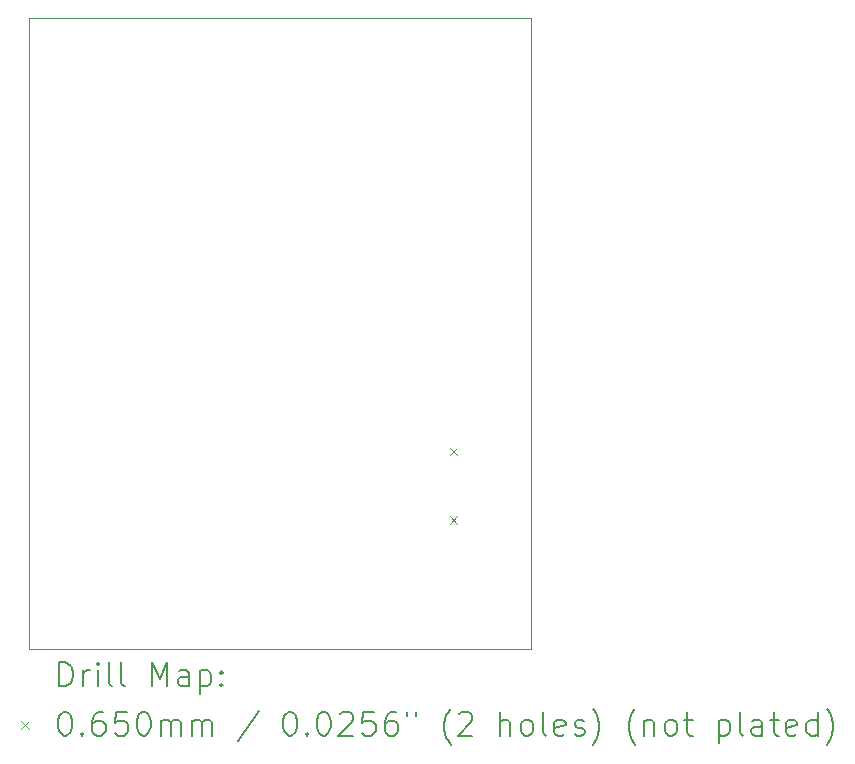
<source format=gbr>
%TF.GenerationSoftware,KiCad,Pcbnew,9.0.2*%
%TF.CreationDate,2025-07-03T10:05:07+02:00*%
%TF.ProjectId,Capteur_courant_IoT,43617074-6575-4725-9f63-6f7572616e74,rev?*%
%TF.SameCoordinates,Original*%
%TF.FileFunction,Drillmap*%
%TF.FilePolarity,Positive*%
%FSLAX45Y45*%
G04 Gerber Fmt 4.5, Leading zero omitted, Abs format (unit mm)*
G04 Created by KiCad (PCBNEW 9.0.2) date 2025-07-03 10:05:07*
%MOMM*%
%LPD*%
G01*
G04 APERTURE LIST*
%ADD10C,0.050000*%
%ADD11C,0.200000*%
%ADD12C,0.100000*%
G04 APERTURE END LIST*
D10*
X12298000Y-7320000D02*
X16548000Y-7320000D01*
X16548000Y-12660000D01*
X12298000Y-12660000D01*
X12298000Y-7320000D01*
D11*
D12*
X15859500Y-10956250D02*
X15924500Y-11021250D01*
X15924500Y-10956250D02*
X15859500Y-11021250D01*
X15859500Y-11534250D02*
X15924500Y-11599250D01*
X15924500Y-11534250D02*
X15859500Y-11599250D01*
D11*
X12556277Y-12973984D02*
X12556277Y-12773984D01*
X12556277Y-12773984D02*
X12603896Y-12773984D01*
X12603896Y-12773984D02*
X12632467Y-12783508D01*
X12632467Y-12783508D02*
X12651515Y-12802555D01*
X12651515Y-12802555D02*
X12661039Y-12821603D01*
X12661039Y-12821603D02*
X12670562Y-12859698D01*
X12670562Y-12859698D02*
X12670562Y-12888269D01*
X12670562Y-12888269D02*
X12661039Y-12926365D01*
X12661039Y-12926365D02*
X12651515Y-12945412D01*
X12651515Y-12945412D02*
X12632467Y-12964460D01*
X12632467Y-12964460D02*
X12603896Y-12973984D01*
X12603896Y-12973984D02*
X12556277Y-12973984D01*
X12756277Y-12973984D02*
X12756277Y-12840650D01*
X12756277Y-12878746D02*
X12765801Y-12859698D01*
X12765801Y-12859698D02*
X12775324Y-12850174D01*
X12775324Y-12850174D02*
X12794372Y-12840650D01*
X12794372Y-12840650D02*
X12813420Y-12840650D01*
X12880086Y-12973984D02*
X12880086Y-12840650D01*
X12880086Y-12773984D02*
X12870562Y-12783508D01*
X12870562Y-12783508D02*
X12880086Y-12793031D01*
X12880086Y-12793031D02*
X12889610Y-12783508D01*
X12889610Y-12783508D02*
X12880086Y-12773984D01*
X12880086Y-12773984D02*
X12880086Y-12793031D01*
X13003896Y-12973984D02*
X12984848Y-12964460D01*
X12984848Y-12964460D02*
X12975324Y-12945412D01*
X12975324Y-12945412D02*
X12975324Y-12773984D01*
X13108658Y-12973984D02*
X13089610Y-12964460D01*
X13089610Y-12964460D02*
X13080086Y-12945412D01*
X13080086Y-12945412D02*
X13080086Y-12773984D01*
X13337229Y-12973984D02*
X13337229Y-12773984D01*
X13337229Y-12773984D02*
X13403896Y-12916841D01*
X13403896Y-12916841D02*
X13470562Y-12773984D01*
X13470562Y-12773984D02*
X13470562Y-12973984D01*
X13651515Y-12973984D02*
X13651515Y-12869222D01*
X13651515Y-12869222D02*
X13641991Y-12850174D01*
X13641991Y-12850174D02*
X13622943Y-12840650D01*
X13622943Y-12840650D02*
X13584848Y-12840650D01*
X13584848Y-12840650D02*
X13565801Y-12850174D01*
X13651515Y-12964460D02*
X13632467Y-12973984D01*
X13632467Y-12973984D02*
X13584848Y-12973984D01*
X13584848Y-12973984D02*
X13565801Y-12964460D01*
X13565801Y-12964460D02*
X13556277Y-12945412D01*
X13556277Y-12945412D02*
X13556277Y-12926365D01*
X13556277Y-12926365D02*
X13565801Y-12907317D01*
X13565801Y-12907317D02*
X13584848Y-12897793D01*
X13584848Y-12897793D02*
X13632467Y-12897793D01*
X13632467Y-12897793D02*
X13651515Y-12888269D01*
X13746753Y-12840650D02*
X13746753Y-13040650D01*
X13746753Y-12850174D02*
X13765801Y-12840650D01*
X13765801Y-12840650D02*
X13803896Y-12840650D01*
X13803896Y-12840650D02*
X13822943Y-12850174D01*
X13822943Y-12850174D02*
X13832467Y-12859698D01*
X13832467Y-12859698D02*
X13841991Y-12878746D01*
X13841991Y-12878746D02*
X13841991Y-12935888D01*
X13841991Y-12935888D02*
X13832467Y-12954936D01*
X13832467Y-12954936D02*
X13822943Y-12964460D01*
X13822943Y-12964460D02*
X13803896Y-12973984D01*
X13803896Y-12973984D02*
X13765801Y-12973984D01*
X13765801Y-12973984D02*
X13746753Y-12964460D01*
X13927705Y-12954936D02*
X13937229Y-12964460D01*
X13937229Y-12964460D02*
X13927705Y-12973984D01*
X13927705Y-12973984D02*
X13918182Y-12964460D01*
X13918182Y-12964460D02*
X13927705Y-12954936D01*
X13927705Y-12954936D02*
X13927705Y-12973984D01*
X13927705Y-12850174D02*
X13937229Y-12859698D01*
X13937229Y-12859698D02*
X13927705Y-12869222D01*
X13927705Y-12869222D02*
X13918182Y-12859698D01*
X13918182Y-12859698D02*
X13927705Y-12850174D01*
X13927705Y-12850174D02*
X13927705Y-12869222D01*
D12*
X12230500Y-13270000D02*
X12295500Y-13335000D01*
X12295500Y-13270000D02*
X12230500Y-13335000D01*
D11*
X12594372Y-13193984D02*
X12613420Y-13193984D01*
X12613420Y-13193984D02*
X12632467Y-13203508D01*
X12632467Y-13203508D02*
X12641991Y-13213031D01*
X12641991Y-13213031D02*
X12651515Y-13232079D01*
X12651515Y-13232079D02*
X12661039Y-13270174D01*
X12661039Y-13270174D02*
X12661039Y-13317793D01*
X12661039Y-13317793D02*
X12651515Y-13355888D01*
X12651515Y-13355888D02*
X12641991Y-13374936D01*
X12641991Y-13374936D02*
X12632467Y-13384460D01*
X12632467Y-13384460D02*
X12613420Y-13393984D01*
X12613420Y-13393984D02*
X12594372Y-13393984D01*
X12594372Y-13393984D02*
X12575324Y-13384460D01*
X12575324Y-13384460D02*
X12565801Y-13374936D01*
X12565801Y-13374936D02*
X12556277Y-13355888D01*
X12556277Y-13355888D02*
X12546753Y-13317793D01*
X12546753Y-13317793D02*
X12546753Y-13270174D01*
X12546753Y-13270174D02*
X12556277Y-13232079D01*
X12556277Y-13232079D02*
X12565801Y-13213031D01*
X12565801Y-13213031D02*
X12575324Y-13203508D01*
X12575324Y-13203508D02*
X12594372Y-13193984D01*
X12746753Y-13374936D02*
X12756277Y-13384460D01*
X12756277Y-13384460D02*
X12746753Y-13393984D01*
X12746753Y-13393984D02*
X12737229Y-13384460D01*
X12737229Y-13384460D02*
X12746753Y-13374936D01*
X12746753Y-13374936D02*
X12746753Y-13393984D01*
X12927705Y-13193984D02*
X12889610Y-13193984D01*
X12889610Y-13193984D02*
X12870562Y-13203508D01*
X12870562Y-13203508D02*
X12861039Y-13213031D01*
X12861039Y-13213031D02*
X12841991Y-13241603D01*
X12841991Y-13241603D02*
X12832467Y-13279698D01*
X12832467Y-13279698D02*
X12832467Y-13355888D01*
X12832467Y-13355888D02*
X12841991Y-13374936D01*
X12841991Y-13374936D02*
X12851515Y-13384460D01*
X12851515Y-13384460D02*
X12870562Y-13393984D01*
X12870562Y-13393984D02*
X12908658Y-13393984D01*
X12908658Y-13393984D02*
X12927705Y-13384460D01*
X12927705Y-13384460D02*
X12937229Y-13374936D01*
X12937229Y-13374936D02*
X12946753Y-13355888D01*
X12946753Y-13355888D02*
X12946753Y-13308269D01*
X12946753Y-13308269D02*
X12937229Y-13289222D01*
X12937229Y-13289222D02*
X12927705Y-13279698D01*
X12927705Y-13279698D02*
X12908658Y-13270174D01*
X12908658Y-13270174D02*
X12870562Y-13270174D01*
X12870562Y-13270174D02*
X12851515Y-13279698D01*
X12851515Y-13279698D02*
X12841991Y-13289222D01*
X12841991Y-13289222D02*
X12832467Y-13308269D01*
X13127705Y-13193984D02*
X13032467Y-13193984D01*
X13032467Y-13193984D02*
X13022943Y-13289222D01*
X13022943Y-13289222D02*
X13032467Y-13279698D01*
X13032467Y-13279698D02*
X13051515Y-13270174D01*
X13051515Y-13270174D02*
X13099134Y-13270174D01*
X13099134Y-13270174D02*
X13118182Y-13279698D01*
X13118182Y-13279698D02*
X13127705Y-13289222D01*
X13127705Y-13289222D02*
X13137229Y-13308269D01*
X13137229Y-13308269D02*
X13137229Y-13355888D01*
X13137229Y-13355888D02*
X13127705Y-13374936D01*
X13127705Y-13374936D02*
X13118182Y-13384460D01*
X13118182Y-13384460D02*
X13099134Y-13393984D01*
X13099134Y-13393984D02*
X13051515Y-13393984D01*
X13051515Y-13393984D02*
X13032467Y-13384460D01*
X13032467Y-13384460D02*
X13022943Y-13374936D01*
X13261039Y-13193984D02*
X13280086Y-13193984D01*
X13280086Y-13193984D02*
X13299134Y-13203508D01*
X13299134Y-13203508D02*
X13308658Y-13213031D01*
X13308658Y-13213031D02*
X13318182Y-13232079D01*
X13318182Y-13232079D02*
X13327705Y-13270174D01*
X13327705Y-13270174D02*
X13327705Y-13317793D01*
X13327705Y-13317793D02*
X13318182Y-13355888D01*
X13318182Y-13355888D02*
X13308658Y-13374936D01*
X13308658Y-13374936D02*
X13299134Y-13384460D01*
X13299134Y-13384460D02*
X13280086Y-13393984D01*
X13280086Y-13393984D02*
X13261039Y-13393984D01*
X13261039Y-13393984D02*
X13241991Y-13384460D01*
X13241991Y-13384460D02*
X13232467Y-13374936D01*
X13232467Y-13374936D02*
X13222943Y-13355888D01*
X13222943Y-13355888D02*
X13213420Y-13317793D01*
X13213420Y-13317793D02*
X13213420Y-13270174D01*
X13213420Y-13270174D02*
X13222943Y-13232079D01*
X13222943Y-13232079D02*
X13232467Y-13213031D01*
X13232467Y-13213031D02*
X13241991Y-13203508D01*
X13241991Y-13203508D02*
X13261039Y-13193984D01*
X13413420Y-13393984D02*
X13413420Y-13260650D01*
X13413420Y-13279698D02*
X13422943Y-13270174D01*
X13422943Y-13270174D02*
X13441991Y-13260650D01*
X13441991Y-13260650D02*
X13470563Y-13260650D01*
X13470563Y-13260650D02*
X13489610Y-13270174D01*
X13489610Y-13270174D02*
X13499134Y-13289222D01*
X13499134Y-13289222D02*
X13499134Y-13393984D01*
X13499134Y-13289222D02*
X13508658Y-13270174D01*
X13508658Y-13270174D02*
X13527705Y-13260650D01*
X13527705Y-13260650D02*
X13556277Y-13260650D01*
X13556277Y-13260650D02*
X13575324Y-13270174D01*
X13575324Y-13270174D02*
X13584848Y-13289222D01*
X13584848Y-13289222D02*
X13584848Y-13393984D01*
X13680086Y-13393984D02*
X13680086Y-13260650D01*
X13680086Y-13279698D02*
X13689610Y-13270174D01*
X13689610Y-13270174D02*
X13708658Y-13260650D01*
X13708658Y-13260650D02*
X13737229Y-13260650D01*
X13737229Y-13260650D02*
X13756277Y-13270174D01*
X13756277Y-13270174D02*
X13765801Y-13289222D01*
X13765801Y-13289222D02*
X13765801Y-13393984D01*
X13765801Y-13289222D02*
X13775324Y-13270174D01*
X13775324Y-13270174D02*
X13794372Y-13260650D01*
X13794372Y-13260650D02*
X13822943Y-13260650D01*
X13822943Y-13260650D02*
X13841991Y-13270174D01*
X13841991Y-13270174D02*
X13851515Y-13289222D01*
X13851515Y-13289222D02*
X13851515Y-13393984D01*
X14241991Y-13184460D02*
X14070563Y-13441603D01*
X14499134Y-13193984D02*
X14518182Y-13193984D01*
X14518182Y-13193984D02*
X14537229Y-13203508D01*
X14537229Y-13203508D02*
X14546753Y-13213031D01*
X14546753Y-13213031D02*
X14556277Y-13232079D01*
X14556277Y-13232079D02*
X14565801Y-13270174D01*
X14565801Y-13270174D02*
X14565801Y-13317793D01*
X14565801Y-13317793D02*
X14556277Y-13355888D01*
X14556277Y-13355888D02*
X14546753Y-13374936D01*
X14546753Y-13374936D02*
X14537229Y-13384460D01*
X14537229Y-13384460D02*
X14518182Y-13393984D01*
X14518182Y-13393984D02*
X14499134Y-13393984D01*
X14499134Y-13393984D02*
X14480086Y-13384460D01*
X14480086Y-13384460D02*
X14470563Y-13374936D01*
X14470563Y-13374936D02*
X14461039Y-13355888D01*
X14461039Y-13355888D02*
X14451515Y-13317793D01*
X14451515Y-13317793D02*
X14451515Y-13270174D01*
X14451515Y-13270174D02*
X14461039Y-13232079D01*
X14461039Y-13232079D02*
X14470563Y-13213031D01*
X14470563Y-13213031D02*
X14480086Y-13203508D01*
X14480086Y-13203508D02*
X14499134Y-13193984D01*
X14651515Y-13374936D02*
X14661039Y-13384460D01*
X14661039Y-13384460D02*
X14651515Y-13393984D01*
X14651515Y-13393984D02*
X14641991Y-13384460D01*
X14641991Y-13384460D02*
X14651515Y-13374936D01*
X14651515Y-13374936D02*
X14651515Y-13393984D01*
X14784848Y-13193984D02*
X14803896Y-13193984D01*
X14803896Y-13193984D02*
X14822944Y-13203508D01*
X14822944Y-13203508D02*
X14832467Y-13213031D01*
X14832467Y-13213031D02*
X14841991Y-13232079D01*
X14841991Y-13232079D02*
X14851515Y-13270174D01*
X14851515Y-13270174D02*
X14851515Y-13317793D01*
X14851515Y-13317793D02*
X14841991Y-13355888D01*
X14841991Y-13355888D02*
X14832467Y-13374936D01*
X14832467Y-13374936D02*
X14822944Y-13384460D01*
X14822944Y-13384460D02*
X14803896Y-13393984D01*
X14803896Y-13393984D02*
X14784848Y-13393984D01*
X14784848Y-13393984D02*
X14765801Y-13384460D01*
X14765801Y-13384460D02*
X14756277Y-13374936D01*
X14756277Y-13374936D02*
X14746753Y-13355888D01*
X14746753Y-13355888D02*
X14737229Y-13317793D01*
X14737229Y-13317793D02*
X14737229Y-13270174D01*
X14737229Y-13270174D02*
X14746753Y-13232079D01*
X14746753Y-13232079D02*
X14756277Y-13213031D01*
X14756277Y-13213031D02*
X14765801Y-13203508D01*
X14765801Y-13203508D02*
X14784848Y-13193984D01*
X14927706Y-13213031D02*
X14937229Y-13203508D01*
X14937229Y-13203508D02*
X14956277Y-13193984D01*
X14956277Y-13193984D02*
X15003896Y-13193984D01*
X15003896Y-13193984D02*
X15022944Y-13203508D01*
X15022944Y-13203508D02*
X15032467Y-13213031D01*
X15032467Y-13213031D02*
X15041991Y-13232079D01*
X15041991Y-13232079D02*
X15041991Y-13251127D01*
X15041991Y-13251127D02*
X15032467Y-13279698D01*
X15032467Y-13279698D02*
X14918182Y-13393984D01*
X14918182Y-13393984D02*
X15041991Y-13393984D01*
X15222944Y-13193984D02*
X15127706Y-13193984D01*
X15127706Y-13193984D02*
X15118182Y-13289222D01*
X15118182Y-13289222D02*
X15127706Y-13279698D01*
X15127706Y-13279698D02*
X15146753Y-13270174D01*
X15146753Y-13270174D02*
X15194372Y-13270174D01*
X15194372Y-13270174D02*
X15213420Y-13279698D01*
X15213420Y-13279698D02*
X15222944Y-13289222D01*
X15222944Y-13289222D02*
X15232467Y-13308269D01*
X15232467Y-13308269D02*
X15232467Y-13355888D01*
X15232467Y-13355888D02*
X15222944Y-13374936D01*
X15222944Y-13374936D02*
X15213420Y-13384460D01*
X15213420Y-13384460D02*
X15194372Y-13393984D01*
X15194372Y-13393984D02*
X15146753Y-13393984D01*
X15146753Y-13393984D02*
X15127706Y-13384460D01*
X15127706Y-13384460D02*
X15118182Y-13374936D01*
X15403896Y-13193984D02*
X15365801Y-13193984D01*
X15365801Y-13193984D02*
X15346753Y-13203508D01*
X15346753Y-13203508D02*
X15337229Y-13213031D01*
X15337229Y-13213031D02*
X15318182Y-13241603D01*
X15318182Y-13241603D02*
X15308658Y-13279698D01*
X15308658Y-13279698D02*
X15308658Y-13355888D01*
X15308658Y-13355888D02*
X15318182Y-13374936D01*
X15318182Y-13374936D02*
X15327706Y-13384460D01*
X15327706Y-13384460D02*
X15346753Y-13393984D01*
X15346753Y-13393984D02*
X15384848Y-13393984D01*
X15384848Y-13393984D02*
X15403896Y-13384460D01*
X15403896Y-13384460D02*
X15413420Y-13374936D01*
X15413420Y-13374936D02*
X15422944Y-13355888D01*
X15422944Y-13355888D02*
X15422944Y-13308269D01*
X15422944Y-13308269D02*
X15413420Y-13289222D01*
X15413420Y-13289222D02*
X15403896Y-13279698D01*
X15403896Y-13279698D02*
X15384848Y-13270174D01*
X15384848Y-13270174D02*
X15346753Y-13270174D01*
X15346753Y-13270174D02*
X15327706Y-13279698D01*
X15327706Y-13279698D02*
X15318182Y-13289222D01*
X15318182Y-13289222D02*
X15308658Y-13308269D01*
X15499134Y-13193984D02*
X15499134Y-13232079D01*
X15575325Y-13193984D02*
X15575325Y-13232079D01*
X15870563Y-13470174D02*
X15861039Y-13460650D01*
X15861039Y-13460650D02*
X15841991Y-13432079D01*
X15841991Y-13432079D02*
X15832468Y-13413031D01*
X15832468Y-13413031D02*
X15822944Y-13384460D01*
X15822944Y-13384460D02*
X15813420Y-13336841D01*
X15813420Y-13336841D02*
X15813420Y-13298746D01*
X15813420Y-13298746D02*
X15822944Y-13251127D01*
X15822944Y-13251127D02*
X15832468Y-13222555D01*
X15832468Y-13222555D02*
X15841991Y-13203508D01*
X15841991Y-13203508D02*
X15861039Y-13174936D01*
X15861039Y-13174936D02*
X15870563Y-13165412D01*
X15937229Y-13213031D02*
X15946753Y-13203508D01*
X15946753Y-13203508D02*
X15965801Y-13193984D01*
X15965801Y-13193984D02*
X16013420Y-13193984D01*
X16013420Y-13193984D02*
X16032468Y-13203508D01*
X16032468Y-13203508D02*
X16041991Y-13213031D01*
X16041991Y-13213031D02*
X16051515Y-13232079D01*
X16051515Y-13232079D02*
X16051515Y-13251127D01*
X16051515Y-13251127D02*
X16041991Y-13279698D01*
X16041991Y-13279698D02*
X15927706Y-13393984D01*
X15927706Y-13393984D02*
X16051515Y-13393984D01*
X16289610Y-13393984D02*
X16289610Y-13193984D01*
X16375325Y-13393984D02*
X16375325Y-13289222D01*
X16375325Y-13289222D02*
X16365801Y-13270174D01*
X16365801Y-13270174D02*
X16346753Y-13260650D01*
X16346753Y-13260650D02*
X16318182Y-13260650D01*
X16318182Y-13260650D02*
X16299134Y-13270174D01*
X16299134Y-13270174D02*
X16289610Y-13279698D01*
X16499134Y-13393984D02*
X16480087Y-13384460D01*
X16480087Y-13384460D02*
X16470563Y-13374936D01*
X16470563Y-13374936D02*
X16461039Y-13355888D01*
X16461039Y-13355888D02*
X16461039Y-13298746D01*
X16461039Y-13298746D02*
X16470563Y-13279698D01*
X16470563Y-13279698D02*
X16480087Y-13270174D01*
X16480087Y-13270174D02*
X16499134Y-13260650D01*
X16499134Y-13260650D02*
X16527706Y-13260650D01*
X16527706Y-13260650D02*
X16546753Y-13270174D01*
X16546753Y-13270174D02*
X16556277Y-13279698D01*
X16556277Y-13279698D02*
X16565801Y-13298746D01*
X16565801Y-13298746D02*
X16565801Y-13355888D01*
X16565801Y-13355888D02*
X16556277Y-13374936D01*
X16556277Y-13374936D02*
X16546753Y-13384460D01*
X16546753Y-13384460D02*
X16527706Y-13393984D01*
X16527706Y-13393984D02*
X16499134Y-13393984D01*
X16680087Y-13393984D02*
X16661039Y-13384460D01*
X16661039Y-13384460D02*
X16651515Y-13365412D01*
X16651515Y-13365412D02*
X16651515Y-13193984D01*
X16832468Y-13384460D02*
X16813420Y-13393984D01*
X16813420Y-13393984D02*
X16775325Y-13393984D01*
X16775325Y-13393984D02*
X16756277Y-13384460D01*
X16756277Y-13384460D02*
X16746753Y-13365412D01*
X16746753Y-13365412D02*
X16746753Y-13289222D01*
X16746753Y-13289222D02*
X16756277Y-13270174D01*
X16756277Y-13270174D02*
X16775325Y-13260650D01*
X16775325Y-13260650D02*
X16813420Y-13260650D01*
X16813420Y-13260650D02*
X16832468Y-13270174D01*
X16832468Y-13270174D02*
X16841992Y-13289222D01*
X16841992Y-13289222D02*
X16841992Y-13308269D01*
X16841992Y-13308269D02*
X16746753Y-13327317D01*
X16918182Y-13384460D02*
X16937230Y-13393984D01*
X16937230Y-13393984D02*
X16975325Y-13393984D01*
X16975325Y-13393984D02*
X16994373Y-13384460D01*
X16994373Y-13384460D02*
X17003896Y-13365412D01*
X17003896Y-13365412D02*
X17003896Y-13355888D01*
X17003896Y-13355888D02*
X16994373Y-13336841D01*
X16994373Y-13336841D02*
X16975325Y-13327317D01*
X16975325Y-13327317D02*
X16946753Y-13327317D01*
X16946753Y-13327317D02*
X16927706Y-13317793D01*
X16927706Y-13317793D02*
X16918182Y-13298746D01*
X16918182Y-13298746D02*
X16918182Y-13289222D01*
X16918182Y-13289222D02*
X16927706Y-13270174D01*
X16927706Y-13270174D02*
X16946753Y-13260650D01*
X16946753Y-13260650D02*
X16975325Y-13260650D01*
X16975325Y-13260650D02*
X16994373Y-13270174D01*
X17070563Y-13470174D02*
X17080087Y-13460650D01*
X17080087Y-13460650D02*
X17099134Y-13432079D01*
X17099134Y-13432079D02*
X17108658Y-13413031D01*
X17108658Y-13413031D02*
X17118182Y-13384460D01*
X17118182Y-13384460D02*
X17127706Y-13336841D01*
X17127706Y-13336841D02*
X17127706Y-13298746D01*
X17127706Y-13298746D02*
X17118182Y-13251127D01*
X17118182Y-13251127D02*
X17108658Y-13222555D01*
X17108658Y-13222555D02*
X17099134Y-13203508D01*
X17099134Y-13203508D02*
X17080087Y-13174936D01*
X17080087Y-13174936D02*
X17070563Y-13165412D01*
X17432468Y-13470174D02*
X17422944Y-13460650D01*
X17422944Y-13460650D02*
X17403896Y-13432079D01*
X17403896Y-13432079D02*
X17394373Y-13413031D01*
X17394373Y-13413031D02*
X17384849Y-13384460D01*
X17384849Y-13384460D02*
X17375325Y-13336841D01*
X17375325Y-13336841D02*
X17375325Y-13298746D01*
X17375325Y-13298746D02*
X17384849Y-13251127D01*
X17384849Y-13251127D02*
X17394373Y-13222555D01*
X17394373Y-13222555D02*
X17403896Y-13203508D01*
X17403896Y-13203508D02*
X17422944Y-13174936D01*
X17422944Y-13174936D02*
X17432468Y-13165412D01*
X17508658Y-13260650D02*
X17508658Y-13393984D01*
X17508658Y-13279698D02*
X17518182Y-13270174D01*
X17518182Y-13270174D02*
X17537230Y-13260650D01*
X17537230Y-13260650D02*
X17565801Y-13260650D01*
X17565801Y-13260650D02*
X17584849Y-13270174D01*
X17584849Y-13270174D02*
X17594373Y-13289222D01*
X17594373Y-13289222D02*
X17594373Y-13393984D01*
X17718182Y-13393984D02*
X17699134Y-13384460D01*
X17699134Y-13384460D02*
X17689611Y-13374936D01*
X17689611Y-13374936D02*
X17680087Y-13355888D01*
X17680087Y-13355888D02*
X17680087Y-13298746D01*
X17680087Y-13298746D02*
X17689611Y-13279698D01*
X17689611Y-13279698D02*
X17699134Y-13270174D01*
X17699134Y-13270174D02*
X17718182Y-13260650D01*
X17718182Y-13260650D02*
X17746754Y-13260650D01*
X17746754Y-13260650D02*
X17765801Y-13270174D01*
X17765801Y-13270174D02*
X17775325Y-13279698D01*
X17775325Y-13279698D02*
X17784849Y-13298746D01*
X17784849Y-13298746D02*
X17784849Y-13355888D01*
X17784849Y-13355888D02*
X17775325Y-13374936D01*
X17775325Y-13374936D02*
X17765801Y-13384460D01*
X17765801Y-13384460D02*
X17746754Y-13393984D01*
X17746754Y-13393984D02*
X17718182Y-13393984D01*
X17841992Y-13260650D02*
X17918182Y-13260650D01*
X17870563Y-13193984D02*
X17870563Y-13365412D01*
X17870563Y-13365412D02*
X17880087Y-13384460D01*
X17880087Y-13384460D02*
X17899134Y-13393984D01*
X17899134Y-13393984D02*
X17918182Y-13393984D01*
X18137230Y-13260650D02*
X18137230Y-13460650D01*
X18137230Y-13270174D02*
X18156277Y-13260650D01*
X18156277Y-13260650D02*
X18194373Y-13260650D01*
X18194373Y-13260650D02*
X18213420Y-13270174D01*
X18213420Y-13270174D02*
X18222944Y-13279698D01*
X18222944Y-13279698D02*
X18232468Y-13298746D01*
X18232468Y-13298746D02*
X18232468Y-13355888D01*
X18232468Y-13355888D02*
X18222944Y-13374936D01*
X18222944Y-13374936D02*
X18213420Y-13384460D01*
X18213420Y-13384460D02*
X18194373Y-13393984D01*
X18194373Y-13393984D02*
X18156277Y-13393984D01*
X18156277Y-13393984D02*
X18137230Y-13384460D01*
X18346754Y-13393984D02*
X18327706Y-13384460D01*
X18327706Y-13384460D02*
X18318182Y-13365412D01*
X18318182Y-13365412D02*
X18318182Y-13193984D01*
X18508658Y-13393984D02*
X18508658Y-13289222D01*
X18508658Y-13289222D02*
X18499135Y-13270174D01*
X18499135Y-13270174D02*
X18480087Y-13260650D01*
X18480087Y-13260650D02*
X18441992Y-13260650D01*
X18441992Y-13260650D02*
X18422944Y-13270174D01*
X18508658Y-13384460D02*
X18489611Y-13393984D01*
X18489611Y-13393984D02*
X18441992Y-13393984D01*
X18441992Y-13393984D02*
X18422944Y-13384460D01*
X18422944Y-13384460D02*
X18413420Y-13365412D01*
X18413420Y-13365412D02*
X18413420Y-13346365D01*
X18413420Y-13346365D02*
X18422944Y-13327317D01*
X18422944Y-13327317D02*
X18441992Y-13317793D01*
X18441992Y-13317793D02*
X18489611Y-13317793D01*
X18489611Y-13317793D02*
X18508658Y-13308269D01*
X18575325Y-13260650D02*
X18651515Y-13260650D01*
X18603896Y-13193984D02*
X18603896Y-13365412D01*
X18603896Y-13365412D02*
X18613420Y-13384460D01*
X18613420Y-13384460D02*
X18632468Y-13393984D01*
X18632468Y-13393984D02*
X18651515Y-13393984D01*
X18794373Y-13384460D02*
X18775325Y-13393984D01*
X18775325Y-13393984D02*
X18737230Y-13393984D01*
X18737230Y-13393984D02*
X18718182Y-13384460D01*
X18718182Y-13384460D02*
X18708658Y-13365412D01*
X18708658Y-13365412D02*
X18708658Y-13289222D01*
X18708658Y-13289222D02*
X18718182Y-13270174D01*
X18718182Y-13270174D02*
X18737230Y-13260650D01*
X18737230Y-13260650D02*
X18775325Y-13260650D01*
X18775325Y-13260650D02*
X18794373Y-13270174D01*
X18794373Y-13270174D02*
X18803896Y-13289222D01*
X18803896Y-13289222D02*
X18803896Y-13308269D01*
X18803896Y-13308269D02*
X18708658Y-13327317D01*
X18975325Y-13393984D02*
X18975325Y-13193984D01*
X18975325Y-13384460D02*
X18956277Y-13393984D01*
X18956277Y-13393984D02*
X18918182Y-13393984D01*
X18918182Y-13393984D02*
X18899135Y-13384460D01*
X18899135Y-13384460D02*
X18889611Y-13374936D01*
X18889611Y-13374936D02*
X18880087Y-13355888D01*
X18880087Y-13355888D02*
X18880087Y-13298746D01*
X18880087Y-13298746D02*
X18889611Y-13279698D01*
X18889611Y-13279698D02*
X18899135Y-13270174D01*
X18899135Y-13270174D02*
X18918182Y-13260650D01*
X18918182Y-13260650D02*
X18956277Y-13260650D01*
X18956277Y-13260650D02*
X18975325Y-13270174D01*
X19051516Y-13470174D02*
X19061039Y-13460650D01*
X19061039Y-13460650D02*
X19080087Y-13432079D01*
X19080087Y-13432079D02*
X19089611Y-13413031D01*
X19089611Y-13413031D02*
X19099135Y-13384460D01*
X19099135Y-13384460D02*
X19108658Y-13336841D01*
X19108658Y-13336841D02*
X19108658Y-13298746D01*
X19108658Y-13298746D02*
X19099135Y-13251127D01*
X19099135Y-13251127D02*
X19089611Y-13222555D01*
X19089611Y-13222555D02*
X19080087Y-13203508D01*
X19080087Y-13203508D02*
X19061039Y-13174936D01*
X19061039Y-13174936D02*
X19051516Y-13165412D01*
M02*

</source>
